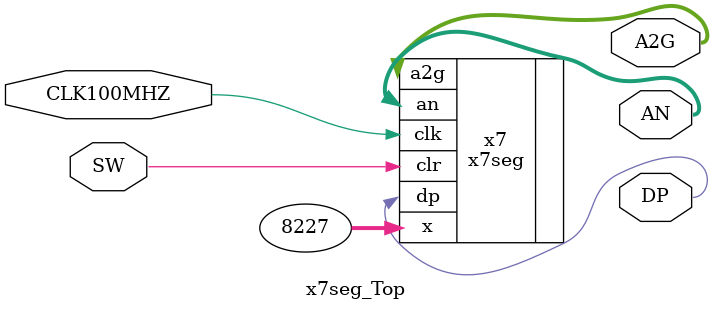
<source format=sv>
module x7seg_Top(
    input  logic       CLK100MHZ,
    input  logic [0:0] SW,
    output logic [6:0] A2G,
    output logic [3:0] AN,
    output logic       DP
);

    x7seg x7(
        .x('h2023),
        .clk(CLK100MHZ),
        .clr(SW[0]),
        .a2g(A2G),
        .an(AN),
        .dp(DP)
    );
    
endmodule
</source>
